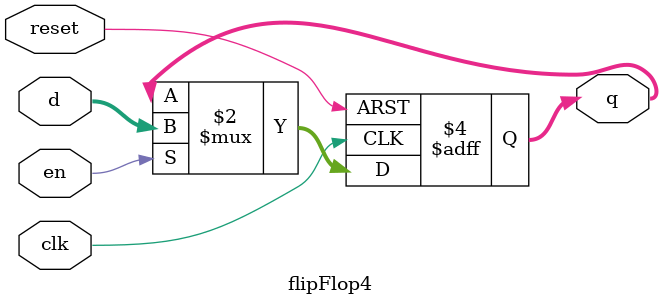
<source format=sv>
`timescale 1ns / 1ps



module flipFlop3 ( input logic [2:0] d,
                    input logic clk, reset, en,
                    output logic [2:0] q );
                    
    always_ff@( posedge clk, posedge reset )
        begin
            if( reset )    q <= 3'b000;
            else if ( en ) q <= d;
        end
endmodule




module flipFlop4 ( input logic [3:0] d,
                    input logic clk, reset, en,
                    output logic [3:0] q );
                    
    always_ff@( posedge clk, posedge reset )
        begin
            if( reset )    q <= 4'b0000;
            else if ( en ) q <= d;
        end
endmodule


</source>
